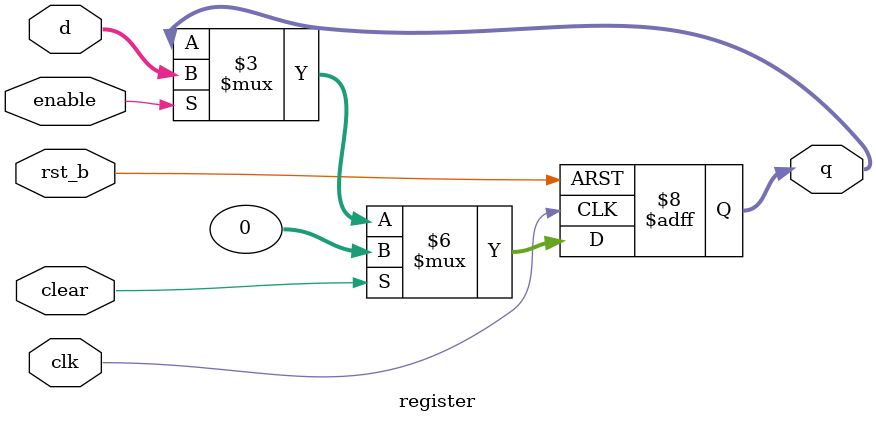
<source format=sv>
module register(q, d, clk, clear, enable, rst_b);

   parameter
            width = 32;

   output logic [(width-1):0] q;
   input logic [(width-1):0]  d;
   input logic clk, clear, enable, rst_b;

   always @(posedge clk or negedge rst_b)
     if (~rst_b)
       q <= 0;
     else if (clear)
       q <= 0;
     else if (enable)
       q <= d;

endmodule // register

</source>
